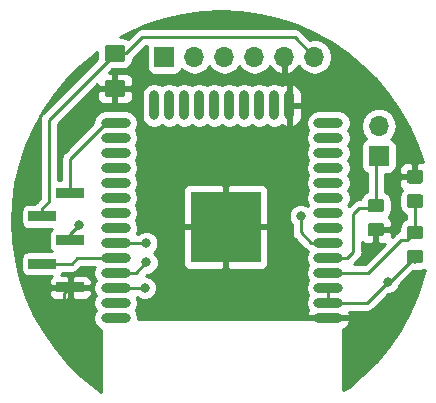
<source format=gbr>
G04 #@! TF.GenerationSoftware,KiCad,Pcbnew,5.0.2-bee76a0~70~ubuntu18.04.1*
G04 #@! TF.CreationDate,2018-12-11T14:37:26+01:00*
G04 #@! TF.ProjectId,Thermometer,54686572-6d6f-46d6-9574-65722e6b6963,rev?*
G04 #@! TF.SameCoordinates,Original*
G04 #@! TF.FileFunction,Copper,L1,Top*
G04 #@! TF.FilePolarity,Positive*
%FSLAX46Y46*%
G04 Gerber Fmt 4.6, Leading zero omitted, Abs format (unit mm)*
G04 Created by KiCad (PCBNEW 5.0.2-bee76a0~70~ubuntu18.04.1) date mar. 11 déc. 2018 14:37:26 CET*
%MOMM*%
%LPD*%
G01*
G04 APERTURE LIST*
G04 #@! TA.AperFunction,Conductor*
%ADD10C,0.100000*%
G04 #@! TD*
G04 #@! TA.AperFunction,SMDPad,CuDef*
%ADD11C,1.425000*%
G04 #@! TD*
G04 #@! TA.AperFunction,SMDPad,CuDef*
%ADD12O,2.500000X0.900000*%
G04 #@! TD*
G04 #@! TA.AperFunction,SMDPad,CuDef*
%ADD13O,0.900000X2.500000*%
G04 #@! TD*
G04 #@! TA.AperFunction,SMDPad,CuDef*
%ADD14R,6.000000X6.000000*%
G04 #@! TD*
G04 #@! TA.AperFunction,ComponentPad*
%ADD15R,1.700000X1.700000*%
G04 #@! TD*
G04 #@! TA.AperFunction,ComponentPad*
%ADD16O,1.700000X1.700000*%
G04 #@! TD*
G04 #@! TA.AperFunction,SMDPad,CuDef*
%ADD17R,2.350000X0.850000*%
G04 #@! TD*
G04 #@! TA.AperFunction,SMDPad,CuDef*
%ADD18C,1.150000*%
G04 #@! TD*
G04 #@! TA.AperFunction,ViaPad*
%ADD19C,0.800000*%
G04 #@! TD*
G04 #@! TA.AperFunction,Conductor*
%ADD20C,0.250000*%
G04 #@! TD*
G04 #@! TA.AperFunction,Conductor*
%ADD21C,0.254000*%
G04 #@! TD*
G04 APERTURE END LIST*
D10*
G04 #@! TO.N,/3V3*
G04 #@! TO.C,C1*
G36*
X121426504Y-85975704D02*
X121450773Y-85979304D01*
X121474571Y-85985265D01*
X121497671Y-85993530D01*
X121519849Y-86004020D01*
X121540893Y-86016633D01*
X121560598Y-86031247D01*
X121578777Y-86047723D01*
X121595253Y-86065902D01*
X121609867Y-86085607D01*
X121622480Y-86106651D01*
X121632970Y-86128829D01*
X121641235Y-86151929D01*
X121647196Y-86175727D01*
X121650796Y-86199996D01*
X121652000Y-86224500D01*
X121652000Y-87149500D01*
X121650796Y-87174004D01*
X121647196Y-87198273D01*
X121641235Y-87222071D01*
X121632970Y-87245171D01*
X121622480Y-87267349D01*
X121609867Y-87288393D01*
X121595253Y-87308098D01*
X121578777Y-87326277D01*
X121560598Y-87342753D01*
X121540893Y-87357367D01*
X121519849Y-87369980D01*
X121497671Y-87380470D01*
X121474571Y-87388735D01*
X121450773Y-87394696D01*
X121426504Y-87398296D01*
X121402000Y-87399500D01*
X120152000Y-87399500D01*
X120127496Y-87398296D01*
X120103227Y-87394696D01*
X120079429Y-87388735D01*
X120056329Y-87380470D01*
X120034151Y-87369980D01*
X120013107Y-87357367D01*
X119993402Y-87342753D01*
X119975223Y-87326277D01*
X119958747Y-87308098D01*
X119944133Y-87288393D01*
X119931520Y-87267349D01*
X119921030Y-87245171D01*
X119912765Y-87222071D01*
X119906804Y-87198273D01*
X119903204Y-87174004D01*
X119902000Y-87149500D01*
X119902000Y-86224500D01*
X119903204Y-86199996D01*
X119906804Y-86175727D01*
X119912765Y-86151929D01*
X119921030Y-86128829D01*
X119931520Y-86106651D01*
X119944133Y-86085607D01*
X119958747Y-86065902D01*
X119975223Y-86047723D01*
X119993402Y-86031247D01*
X120013107Y-86016633D01*
X120034151Y-86004020D01*
X120056329Y-85993530D01*
X120079429Y-85985265D01*
X120103227Y-85979304D01*
X120127496Y-85975704D01*
X120152000Y-85974500D01*
X121402000Y-85974500D01*
X121426504Y-85975704D01*
X121426504Y-85975704D01*
G37*
D11*
G04 #@! TD*
G04 #@! TO.P,C1,1*
G04 #@! TO.N,/3V3*
X120777000Y-86687000D03*
D10*
G04 #@! TO.N,/GND*
G04 #@! TO.C,C1*
G36*
X121426504Y-88950704D02*
X121450773Y-88954304D01*
X121474571Y-88960265D01*
X121497671Y-88968530D01*
X121519849Y-88979020D01*
X121540893Y-88991633D01*
X121560598Y-89006247D01*
X121578777Y-89022723D01*
X121595253Y-89040902D01*
X121609867Y-89060607D01*
X121622480Y-89081651D01*
X121632970Y-89103829D01*
X121641235Y-89126929D01*
X121647196Y-89150727D01*
X121650796Y-89174996D01*
X121652000Y-89199500D01*
X121652000Y-90124500D01*
X121650796Y-90149004D01*
X121647196Y-90173273D01*
X121641235Y-90197071D01*
X121632970Y-90220171D01*
X121622480Y-90242349D01*
X121609867Y-90263393D01*
X121595253Y-90283098D01*
X121578777Y-90301277D01*
X121560598Y-90317753D01*
X121540893Y-90332367D01*
X121519849Y-90344980D01*
X121497671Y-90355470D01*
X121474571Y-90363735D01*
X121450773Y-90369696D01*
X121426504Y-90373296D01*
X121402000Y-90374500D01*
X120152000Y-90374500D01*
X120127496Y-90373296D01*
X120103227Y-90369696D01*
X120079429Y-90363735D01*
X120056329Y-90355470D01*
X120034151Y-90344980D01*
X120013107Y-90332367D01*
X119993402Y-90317753D01*
X119975223Y-90301277D01*
X119958747Y-90283098D01*
X119944133Y-90263393D01*
X119931520Y-90242349D01*
X119921030Y-90220171D01*
X119912765Y-90197071D01*
X119906804Y-90173273D01*
X119903204Y-90149004D01*
X119902000Y-90124500D01*
X119902000Y-89199500D01*
X119903204Y-89174996D01*
X119906804Y-89150727D01*
X119912765Y-89126929D01*
X119921030Y-89103829D01*
X119931520Y-89081651D01*
X119944133Y-89060607D01*
X119958747Y-89040902D01*
X119975223Y-89022723D01*
X119993402Y-89006247D01*
X120013107Y-88991633D01*
X120034151Y-88979020D01*
X120056329Y-88968530D01*
X120079429Y-88960265D01*
X120103227Y-88954304D01*
X120127496Y-88950704D01*
X120152000Y-88949500D01*
X121402000Y-88949500D01*
X121426504Y-88950704D01*
X121426504Y-88950704D01*
G37*
D11*
G04 #@! TD*
G04 #@! TO.P,C1,2*
G04 #@! TO.N,/GND*
X120777000Y-89662000D03*
D12*
G04 #@! TO.P,U1,38*
G04 #@! TO.N,Net-(U1-Pad38)*
X120846566Y-109085338D03*
G04 #@! TO.P,U1,37*
G04 #@! TO.N,Net-(U1-Pad37)*
X120846566Y-107815338D03*
G04 #@! TO.P,U1,36*
G04 #@! TO.N,/SCL*
X120846566Y-106545338D03*
G04 #@! TO.P,U1,35*
G04 #@! TO.N,/TX*
X120846566Y-105275338D03*
G04 #@! TO.P,U1,34*
G04 #@! TO.N,/RX*
X120846566Y-104005338D03*
G04 #@! TO.P,U1,33*
G04 #@! TO.N,/SDA*
X120846566Y-102735338D03*
G04 #@! TO.P,U1,32*
G04 #@! TO.N,Net-(U1-Pad32)*
X120846566Y-101465338D03*
G04 #@! TO.P,U1,31*
G04 #@! TO.N,Net-(U1-Pad31)*
X120846566Y-100195338D03*
G04 #@! TO.P,U1,30*
G04 #@! TO.N,Net-(U1-Pad30)*
X120846566Y-98925338D03*
G04 #@! TO.P,U1,29*
G04 #@! TO.N,Net-(U1-Pad29)*
X120846566Y-97655338D03*
G04 #@! TO.P,U1,28*
G04 #@! TO.N,Net-(U1-Pad28)*
X120846566Y-96385338D03*
G04 #@! TO.P,U1,27*
G04 #@! TO.N,Net-(U1-Pad27)*
X120846566Y-95115338D03*
G04 #@! TO.P,U1,26*
G04 #@! TO.N,Net-(U1-Pad26)*
X120846566Y-93845338D03*
G04 #@! TO.P,U1,25*
G04 #@! TO.N,/BOOT*
X120846566Y-92575338D03*
D13*
G04 #@! TO.P,U1,24*
G04 #@! TO.N,Net-(U1-Pad24)*
X124131566Y-91085338D03*
G04 #@! TO.P,U1,23*
G04 #@! TO.N,Net-(U1-Pad23)*
X125401566Y-91085338D03*
G04 #@! TO.P,U1,22*
G04 #@! TO.N,Net-(U1-Pad22)*
X126671566Y-91085338D03*
G04 #@! TO.P,U1,21*
G04 #@! TO.N,Net-(U1-Pad21)*
X127941566Y-91085338D03*
G04 #@! TO.P,U1,20*
G04 #@! TO.N,Net-(U1-Pad20)*
X129211566Y-91085338D03*
G04 #@! TO.P,U1,19*
G04 #@! TO.N,Net-(U1-Pad19)*
X130481566Y-91085338D03*
G04 #@! TO.P,U1,18*
G04 #@! TO.N,Net-(U1-Pad18)*
X131751566Y-91085338D03*
G04 #@! TO.P,U1,17*
G04 #@! TO.N,Net-(U1-Pad17)*
X133021566Y-91085338D03*
G04 #@! TO.P,U1,16*
G04 #@! TO.N,Net-(U1-Pad16)*
X134291566Y-91085338D03*
G04 #@! TO.P,U1,15*
G04 #@! TO.N,/GND*
X135561566Y-91085338D03*
D12*
G04 #@! TO.P,U1,14*
G04 #@! TO.N,Net-(U1-Pad14)*
X138846566Y-92575338D03*
G04 #@! TO.P,U1,13*
G04 #@! TO.N,Net-(U1-Pad13)*
X138846566Y-93845338D03*
G04 #@! TO.P,U1,12*
G04 #@! TO.N,Net-(U1-Pad12)*
X138846566Y-95115338D03*
G04 #@! TO.P,U1,11*
G04 #@! TO.N,Net-(U1-Pad11)*
X138846566Y-96385338D03*
G04 #@! TO.P,U1,10*
G04 #@! TO.N,Net-(U1-Pad10)*
X138846566Y-97655338D03*
G04 #@! TO.P,U1,9*
G04 #@! TO.N,Net-(U1-Pad9)*
X138846566Y-98925338D03*
G04 #@! TO.P,U1,8*
G04 #@! TO.N,Net-(U1-Pad8)*
X138846566Y-100195338D03*
G04 #@! TO.P,U1,7*
G04 #@! TO.N,Net-(U1-Pad7)*
X138846566Y-101465338D03*
G04 #@! TO.P,U1,6*
G04 #@! TO.N,/LDR_ON*
X138846566Y-102735338D03*
G04 #@! TO.P,U1,5*
G04 #@! TO.N,/VLDR*
X138846566Y-104005338D03*
G04 #@! TO.P,U1,4*
G04 #@! TO.N,/VBAT*
X138846566Y-105275338D03*
G04 #@! TO.P,U1,3*
G04 #@! TO.N,/3V3*
X138846566Y-106545338D03*
G04 #@! TO.P,U1,2*
X138846566Y-107815338D03*
G04 #@! TO.P,U1,1*
G04 #@! TO.N,/GND*
X138846566Y-109085338D03*
D14*
G04 #@! TO.P,U1,39*
X130146566Y-101385338D03*
G04 #@! TD*
D15*
G04 #@! TO.P,BME280,1*
G04 #@! TO.N,Net-(J3-Pad1)*
X124968000Y-86995000D03*
D16*
G04 #@! TO.P,BME280,2*
G04 #@! TO.N,Net-(J3-Pad2)*
X127508000Y-86995000D03*
G04 #@! TO.P,BME280,3*
G04 #@! TO.N,/SDA*
X130048000Y-86995000D03*
G04 #@! TO.P,BME280,4*
G04 #@! TO.N,/SCL*
X132588000Y-86995000D03*
G04 #@! TO.P,BME280,5*
G04 #@! TO.N,/GND*
X135128000Y-86995000D03*
G04 #@! TO.P,BME280,6*
G04 #@! TO.N,/3V3*
X137668000Y-86995000D03*
G04 #@! TD*
D17*
G04 #@! TO.P,ISP,2*
G04 #@! TO.N,/3V3*
X114650000Y-100500000D03*
G04 #@! TO.P,ISP,4*
G04 #@! TO.N,/RX*
X114650000Y-104500000D03*
G04 #@! TO.P,ISP,1*
G04 #@! TO.N,/BOOT*
X117000000Y-98500000D03*
G04 #@! TO.P,ISP,3*
G04 #@! TO.N,/TX*
X117000000Y-102500000D03*
G04 #@! TO.P,ISP,5*
G04 #@! TO.N,/GND*
X117000000Y-106500000D03*
G04 #@! TD*
D10*
G04 #@! TO.N,/3V3*
G04 #@! TO.C,R1*
G36*
X146651505Y-103330204D02*
X146675773Y-103333804D01*
X146699572Y-103339765D01*
X146722671Y-103348030D01*
X146744850Y-103358520D01*
X146765893Y-103371132D01*
X146785599Y-103385747D01*
X146803777Y-103402223D01*
X146820253Y-103420401D01*
X146834868Y-103440107D01*
X146847480Y-103461150D01*
X146857970Y-103483329D01*
X146866235Y-103506428D01*
X146872196Y-103530227D01*
X146875796Y-103554495D01*
X146877000Y-103578999D01*
X146877000Y-104229001D01*
X146875796Y-104253505D01*
X146872196Y-104277773D01*
X146866235Y-104301572D01*
X146857970Y-104324671D01*
X146847480Y-104346850D01*
X146834868Y-104367893D01*
X146820253Y-104387599D01*
X146803777Y-104405777D01*
X146785599Y-104422253D01*
X146765893Y-104436868D01*
X146744850Y-104449480D01*
X146722671Y-104459970D01*
X146699572Y-104468235D01*
X146675773Y-104474196D01*
X146651505Y-104477796D01*
X146627001Y-104479000D01*
X145726999Y-104479000D01*
X145702495Y-104477796D01*
X145678227Y-104474196D01*
X145654428Y-104468235D01*
X145631329Y-104459970D01*
X145609150Y-104449480D01*
X145588107Y-104436868D01*
X145568401Y-104422253D01*
X145550223Y-104405777D01*
X145533747Y-104387599D01*
X145519132Y-104367893D01*
X145506520Y-104346850D01*
X145496030Y-104324671D01*
X145487765Y-104301572D01*
X145481804Y-104277773D01*
X145478204Y-104253505D01*
X145477000Y-104229001D01*
X145477000Y-103578999D01*
X145478204Y-103554495D01*
X145481804Y-103530227D01*
X145487765Y-103506428D01*
X145496030Y-103483329D01*
X145506520Y-103461150D01*
X145519132Y-103440107D01*
X145533747Y-103420401D01*
X145550223Y-103402223D01*
X145568401Y-103385747D01*
X145588107Y-103371132D01*
X145609150Y-103358520D01*
X145631329Y-103348030D01*
X145654428Y-103339765D01*
X145678227Y-103333804D01*
X145702495Y-103330204D01*
X145726999Y-103329000D01*
X146627001Y-103329000D01*
X146651505Y-103330204D01*
X146651505Y-103330204D01*
G37*
D18*
G04 #@! TD*
G04 #@! TO.P,R1,1*
G04 #@! TO.N,/3V3*
X146177000Y-103904000D03*
D10*
G04 #@! TO.N,/VBAT*
G04 #@! TO.C,R1*
G36*
X146651505Y-101280204D02*
X146675773Y-101283804D01*
X146699572Y-101289765D01*
X146722671Y-101298030D01*
X146744850Y-101308520D01*
X146765893Y-101321132D01*
X146785599Y-101335747D01*
X146803777Y-101352223D01*
X146820253Y-101370401D01*
X146834868Y-101390107D01*
X146847480Y-101411150D01*
X146857970Y-101433329D01*
X146866235Y-101456428D01*
X146872196Y-101480227D01*
X146875796Y-101504495D01*
X146877000Y-101528999D01*
X146877000Y-102179001D01*
X146875796Y-102203505D01*
X146872196Y-102227773D01*
X146866235Y-102251572D01*
X146857970Y-102274671D01*
X146847480Y-102296850D01*
X146834868Y-102317893D01*
X146820253Y-102337599D01*
X146803777Y-102355777D01*
X146785599Y-102372253D01*
X146765893Y-102386868D01*
X146744850Y-102399480D01*
X146722671Y-102409970D01*
X146699572Y-102418235D01*
X146675773Y-102424196D01*
X146651505Y-102427796D01*
X146627001Y-102429000D01*
X145726999Y-102429000D01*
X145702495Y-102427796D01*
X145678227Y-102424196D01*
X145654428Y-102418235D01*
X145631329Y-102409970D01*
X145609150Y-102399480D01*
X145588107Y-102386868D01*
X145568401Y-102372253D01*
X145550223Y-102355777D01*
X145533747Y-102337599D01*
X145519132Y-102317893D01*
X145506520Y-102296850D01*
X145496030Y-102274671D01*
X145487765Y-102251572D01*
X145481804Y-102227773D01*
X145478204Y-102203505D01*
X145477000Y-102179001D01*
X145477000Y-101528999D01*
X145478204Y-101504495D01*
X145481804Y-101480227D01*
X145487765Y-101456428D01*
X145496030Y-101433329D01*
X145506520Y-101411150D01*
X145519132Y-101390107D01*
X145533747Y-101370401D01*
X145550223Y-101352223D01*
X145568401Y-101335747D01*
X145588107Y-101321132D01*
X145609150Y-101308520D01*
X145631329Y-101298030D01*
X145654428Y-101289765D01*
X145678227Y-101283804D01*
X145702495Y-101280204D01*
X145726999Y-101279000D01*
X146627001Y-101279000D01*
X146651505Y-101280204D01*
X146651505Y-101280204D01*
G37*
D18*
G04 #@! TD*
G04 #@! TO.P,R1,2*
G04 #@! TO.N,/VBAT*
X146177000Y-101854000D03*
D10*
G04 #@! TO.N,/GND*
G04 #@! TO.C,R2*
G36*
X146651505Y-96563204D02*
X146675773Y-96566804D01*
X146699572Y-96572765D01*
X146722671Y-96581030D01*
X146744850Y-96591520D01*
X146765893Y-96604132D01*
X146785599Y-96618747D01*
X146803777Y-96635223D01*
X146820253Y-96653401D01*
X146834868Y-96673107D01*
X146847480Y-96694150D01*
X146857970Y-96716329D01*
X146866235Y-96739428D01*
X146872196Y-96763227D01*
X146875796Y-96787495D01*
X146877000Y-96811999D01*
X146877000Y-97462001D01*
X146875796Y-97486505D01*
X146872196Y-97510773D01*
X146866235Y-97534572D01*
X146857970Y-97557671D01*
X146847480Y-97579850D01*
X146834868Y-97600893D01*
X146820253Y-97620599D01*
X146803777Y-97638777D01*
X146785599Y-97655253D01*
X146765893Y-97669868D01*
X146744850Y-97682480D01*
X146722671Y-97692970D01*
X146699572Y-97701235D01*
X146675773Y-97707196D01*
X146651505Y-97710796D01*
X146627001Y-97712000D01*
X145726999Y-97712000D01*
X145702495Y-97710796D01*
X145678227Y-97707196D01*
X145654428Y-97701235D01*
X145631329Y-97692970D01*
X145609150Y-97682480D01*
X145588107Y-97669868D01*
X145568401Y-97655253D01*
X145550223Y-97638777D01*
X145533747Y-97620599D01*
X145519132Y-97600893D01*
X145506520Y-97579850D01*
X145496030Y-97557671D01*
X145487765Y-97534572D01*
X145481804Y-97510773D01*
X145478204Y-97486505D01*
X145477000Y-97462001D01*
X145477000Y-96811999D01*
X145478204Y-96787495D01*
X145481804Y-96763227D01*
X145487765Y-96739428D01*
X145496030Y-96716329D01*
X145506520Y-96694150D01*
X145519132Y-96673107D01*
X145533747Y-96653401D01*
X145550223Y-96635223D01*
X145568401Y-96618747D01*
X145588107Y-96604132D01*
X145609150Y-96591520D01*
X145631329Y-96581030D01*
X145654428Y-96572765D01*
X145678227Y-96566804D01*
X145702495Y-96563204D01*
X145726999Y-96562000D01*
X146627001Y-96562000D01*
X146651505Y-96563204D01*
X146651505Y-96563204D01*
G37*
D18*
G04 #@! TD*
G04 #@! TO.P,R2,2*
G04 #@! TO.N,/GND*
X146177000Y-97137000D03*
D10*
G04 #@! TO.N,/VBAT*
G04 #@! TO.C,R2*
G36*
X146651505Y-98613204D02*
X146675773Y-98616804D01*
X146699572Y-98622765D01*
X146722671Y-98631030D01*
X146744850Y-98641520D01*
X146765893Y-98654132D01*
X146785599Y-98668747D01*
X146803777Y-98685223D01*
X146820253Y-98703401D01*
X146834868Y-98723107D01*
X146847480Y-98744150D01*
X146857970Y-98766329D01*
X146866235Y-98789428D01*
X146872196Y-98813227D01*
X146875796Y-98837495D01*
X146877000Y-98861999D01*
X146877000Y-99512001D01*
X146875796Y-99536505D01*
X146872196Y-99560773D01*
X146866235Y-99584572D01*
X146857970Y-99607671D01*
X146847480Y-99629850D01*
X146834868Y-99650893D01*
X146820253Y-99670599D01*
X146803777Y-99688777D01*
X146785599Y-99705253D01*
X146765893Y-99719868D01*
X146744850Y-99732480D01*
X146722671Y-99742970D01*
X146699572Y-99751235D01*
X146675773Y-99757196D01*
X146651505Y-99760796D01*
X146627001Y-99762000D01*
X145726999Y-99762000D01*
X145702495Y-99760796D01*
X145678227Y-99757196D01*
X145654428Y-99751235D01*
X145631329Y-99742970D01*
X145609150Y-99732480D01*
X145588107Y-99719868D01*
X145568401Y-99705253D01*
X145550223Y-99688777D01*
X145533747Y-99670599D01*
X145519132Y-99650893D01*
X145506520Y-99629850D01*
X145496030Y-99607671D01*
X145487765Y-99584572D01*
X145481804Y-99560773D01*
X145478204Y-99536505D01*
X145477000Y-99512001D01*
X145477000Y-98861999D01*
X145478204Y-98837495D01*
X145481804Y-98813227D01*
X145487765Y-98789428D01*
X145496030Y-98766329D01*
X145506520Y-98744150D01*
X145519132Y-98723107D01*
X145533747Y-98703401D01*
X145550223Y-98685223D01*
X145568401Y-98668747D01*
X145588107Y-98654132D01*
X145609150Y-98641520D01*
X145631329Y-98631030D01*
X145654428Y-98622765D01*
X145678227Y-98616804D01*
X145702495Y-98613204D01*
X145726999Y-98612000D01*
X146627001Y-98612000D01*
X146651505Y-98613204D01*
X146651505Y-98613204D01*
G37*
D18*
G04 #@! TD*
G04 #@! TO.P,R2,1*
G04 #@! TO.N,/VBAT*
X146177000Y-99187000D03*
D15*
G04 #@! TO.P,R3,1*
G04 #@! TO.N,/VLDR*
X143129000Y-95377000D03*
D16*
G04 #@! TO.P,R3,2*
G04 #@! TO.N,/LDR_ON*
X143129000Y-92837000D03*
G04 #@! TD*
D10*
G04 #@! TO.N,/VLDR*
G04 #@! TO.C,R4*
G36*
X143349505Y-98994204D02*
X143373773Y-98997804D01*
X143397572Y-99003765D01*
X143420671Y-99012030D01*
X143442850Y-99022520D01*
X143463893Y-99035132D01*
X143483599Y-99049747D01*
X143501777Y-99066223D01*
X143518253Y-99084401D01*
X143532868Y-99104107D01*
X143545480Y-99125150D01*
X143555970Y-99147329D01*
X143564235Y-99170428D01*
X143570196Y-99194227D01*
X143573796Y-99218495D01*
X143575000Y-99242999D01*
X143575000Y-99893001D01*
X143573796Y-99917505D01*
X143570196Y-99941773D01*
X143564235Y-99965572D01*
X143555970Y-99988671D01*
X143545480Y-100010850D01*
X143532868Y-100031893D01*
X143518253Y-100051599D01*
X143501777Y-100069777D01*
X143483599Y-100086253D01*
X143463893Y-100100868D01*
X143442850Y-100113480D01*
X143420671Y-100123970D01*
X143397572Y-100132235D01*
X143373773Y-100138196D01*
X143349505Y-100141796D01*
X143325001Y-100143000D01*
X142424999Y-100143000D01*
X142400495Y-100141796D01*
X142376227Y-100138196D01*
X142352428Y-100132235D01*
X142329329Y-100123970D01*
X142307150Y-100113480D01*
X142286107Y-100100868D01*
X142266401Y-100086253D01*
X142248223Y-100069777D01*
X142231747Y-100051599D01*
X142217132Y-100031893D01*
X142204520Y-100010850D01*
X142194030Y-99988671D01*
X142185765Y-99965572D01*
X142179804Y-99941773D01*
X142176204Y-99917505D01*
X142175000Y-99893001D01*
X142175000Y-99242999D01*
X142176204Y-99218495D01*
X142179804Y-99194227D01*
X142185765Y-99170428D01*
X142194030Y-99147329D01*
X142204520Y-99125150D01*
X142217132Y-99104107D01*
X142231747Y-99084401D01*
X142248223Y-99066223D01*
X142266401Y-99049747D01*
X142286107Y-99035132D01*
X142307150Y-99022520D01*
X142329329Y-99012030D01*
X142352428Y-99003765D01*
X142376227Y-98997804D01*
X142400495Y-98994204D01*
X142424999Y-98993000D01*
X143325001Y-98993000D01*
X143349505Y-98994204D01*
X143349505Y-98994204D01*
G37*
D18*
G04 #@! TD*
G04 #@! TO.P,R4,1*
G04 #@! TO.N,/VLDR*
X142875000Y-99568000D03*
D10*
G04 #@! TO.N,/GND*
G04 #@! TO.C,R4*
G36*
X143349505Y-101044204D02*
X143373773Y-101047804D01*
X143397572Y-101053765D01*
X143420671Y-101062030D01*
X143442850Y-101072520D01*
X143463893Y-101085132D01*
X143483599Y-101099747D01*
X143501777Y-101116223D01*
X143518253Y-101134401D01*
X143532868Y-101154107D01*
X143545480Y-101175150D01*
X143555970Y-101197329D01*
X143564235Y-101220428D01*
X143570196Y-101244227D01*
X143573796Y-101268495D01*
X143575000Y-101292999D01*
X143575000Y-101943001D01*
X143573796Y-101967505D01*
X143570196Y-101991773D01*
X143564235Y-102015572D01*
X143555970Y-102038671D01*
X143545480Y-102060850D01*
X143532868Y-102081893D01*
X143518253Y-102101599D01*
X143501777Y-102119777D01*
X143483599Y-102136253D01*
X143463893Y-102150868D01*
X143442850Y-102163480D01*
X143420671Y-102173970D01*
X143397572Y-102182235D01*
X143373773Y-102188196D01*
X143349505Y-102191796D01*
X143325001Y-102193000D01*
X142424999Y-102193000D01*
X142400495Y-102191796D01*
X142376227Y-102188196D01*
X142352428Y-102182235D01*
X142329329Y-102173970D01*
X142307150Y-102163480D01*
X142286107Y-102150868D01*
X142266401Y-102136253D01*
X142248223Y-102119777D01*
X142231747Y-102101599D01*
X142217132Y-102081893D01*
X142204520Y-102060850D01*
X142194030Y-102038671D01*
X142185765Y-102015572D01*
X142179804Y-101991773D01*
X142176204Y-101967505D01*
X142175000Y-101943001D01*
X142175000Y-101292999D01*
X142176204Y-101268495D01*
X142179804Y-101244227D01*
X142185765Y-101220428D01*
X142194030Y-101197329D01*
X142204520Y-101175150D01*
X142217132Y-101154107D01*
X142231747Y-101134401D01*
X142248223Y-101116223D01*
X142266401Y-101099747D01*
X142286107Y-101085132D01*
X142307150Y-101072520D01*
X142329329Y-101062030D01*
X142352428Y-101053765D01*
X142376227Y-101047804D01*
X142400495Y-101044204D01*
X142424999Y-101043000D01*
X143325001Y-101043000D01*
X143349505Y-101044204D01*
X143349505Y-101044204D01*
G37*
D18*
G04 #@! TD*
G04 #@! TO.P,R4,2*
G04 #@! TO.N,/GND*
X142875000Y-101618000D03*
D19*
G04 #@! TO.N,/GND*
X116459000Y-108331000D03*
G04 #@! TO.N,/3V3*
X143891000Y-106045000D03*
G04 #@! TO.N,/TX*
X117729000Y-101219000D03*
X123444000Y-104394000D03*
G04 #@! TO.N,/SCL*
X123309338Y-106545338D03*
G04 #@! TO.N,/SDA*
X123436338Y-102735338D03*
G04 #@! TO.N,/LDR_ON*
X136525000Y-100457000D03*
G04 #@! TD*
D20*
G04 #@! TO.N,/GND*
X116459000Y-108331000D02*
X116459000Y-107041000D01*
X116459000Y-107041000D02*
X117000000Y-106500000D01*
G04 #@! TO.N,/3V3*
X138846566Y-106545338D02*
X138846566Y-107815338D01*
X115189000Y-99286000D02*
X114650000Y-99825000D01*
X114650000Y-99825000D02*
X114650000Y-100500000D01*
X115189000Y-92329000D02*
X115189000Y-99286000D01*
X120777000Y-86687000D02*
X120777000Y-86741000D01*
X120777000Y-86741000D02*
X115189000Y-92329000D01*
X121752000Y-86687000D02*
X123095000Y-85344000D01*
X120777000Y-86687000D02*
X121752000Y-86687000D01*
X136017000Y-85344000D02*
X137668000Y-86995000D01*
X123095000Y-85344000D02*
X136017000Y-85344000D01*
X138846566Y-107815338D02*
X142120662Y-107815338D01*
X143491001Y-106444999D02*
X143891000Y-106045000D01*
X146177000Y-103904000D02*
X144036000Y-106045000D01*
X142120662Y-107815338D02*
X143491001Y-106444999D01*
X144036000Y-106045000D02*
X143891000Y-106045000D01*
G04 #@! TO.N,/BOOT*
X120046566Y-92575338D02*
X120846566Y-92575338D01*
X117000000Y-95621904D02*
X120046566Y-92575338D01*
X117000000Y-98500000D02*
X117000000Y-95621904D01*
G04 #@! TO.N,/TX*
X117000000Y-102500000D02*
X117000000Y-101948000D01*
X117000000Y-101948000D02*
X117729000Y-101219000D01*
X122562662Y-105275338D02*
X120846566Y-105275338D01*
X123444000Y-104394000D02*
X122562662Y-105275338D01*
G04 #@! TO.N,/RX*
X114650000Y-104500000D02*
X117115000Y-104500000D01*
X117609662Y-104005338D02*
X120846566Y-104005338D01*
X117115000Y-104500000D02*
X117609662Y-104005338D01*
G04 #@! TO.N,/SCL*
X120846566Y-106545338D02*
X123309338Y-106545338D01*
G04 #@! TO.N,/SDA*
X120846566Y-102735338D02*
X123436338Y-102735338D01*
G04 #@! TO.N,/VBAT*
X145553628Y-102477372D02*
X145045628Y-102477372D01*
X146177000Y-101854000D02*
X145553628Y-102477372D01*
X142247662Y-105275338D02*
X138846566Y-105275338D01*
X145045628Y-102477372D02*
X142247662Y-105275338D01*
X146177000Y-101179000D02*
X146177000Y-99187000D01*
X146177000Y-101854000D02*
X146177000Y-101179000D01*
G04 #@! TO.N,/VLDR*
X142875000Y-95631000D02*
X143129000Y-95377000D01*
X142875000Y-99568000D02*
X142875000Y-95631000D01*
X141478000Y-99822000D02*
X142621000Y-99822000D01*
X140970000Y-100330000D02*
X141478000Y-99822000D01*
X140970000Y-103505000D02*
X140970000Y-100330000D01*
X138846566Y-104005338D02*
X140469662Y-104005338D01*
X142621000Y-99822000D02*
X142875000Y-99568000D01*
X140469662Y-104005338D02*
X140970000Y-103505000D01*
G04 #@! TO.N,/LDR_ON*
X136525000Y-101022685D02*
X136525000Y-100457000D01*
X136525000Y-101854000D02*
X136525000Y-101022685D01*
X138846566Y-102735338D02*
X137406338Y-102735338D01*
X137406338Y-102735338D02*
X136525000Y-101854000D01*
G04 #@! TD*
D21*
G04 #@! TO.N,/GND*
G36*
X119254560Y-87149500D02*
X119261053Y-87182144D01*
X114704530Y-91738669D01*
X114641071Y-91781071D01*
X114473096Y-92032464D01*
X114429000Y-92254149D01*
X114429000Y-92254153D01*
X114414112Y-92329000D01*
X114429000Y-92403847D01*
X114429001Y-98971197D01*
X114165530Y-99234669D01*
X114102071Y-99277071D01*
X114001518Y-99427560D01*
X113475000Y-99427560D01*
X113227235Y-99476843D01*
X113017191Y-99617191D01*
X112876843Y-99827235D01*
X112827560Y-100075000D01*
X112827560Y-100925000D01*
X112876843Y-101172765D01*
X113017191Y-101382809D01*
X113227235Y-101523157D01*
X113475000Y-101572440D01*
X115434165Y-101572440D01*
X115367191Y-101617191D01*
X115226843Y-101827235D01*
X115177560Y-102075000D01*
X115177560Y-102925000D01*
X115226843Y-103172765D01*
X115367191Y-103382809D01*
X115434165Y-103427560D01*
X113475000Y-103427560D01*
X113227235Y-103476843D01*
X113017191Y-103617191D01*
X112876843Y-103827235D01*
X112827560Y-104075000D01*
X112827560Y-104925000D01*
X112876843Y-105172765D01*
X113017191Y-105382809D01*
X113227235Y-105523157D01*
X113475000Y-105572440D01*
X115429535Y-105572440D01*
X115286673Y-105715301D01*
X115190000Y-105948690D01*
X115190000Y-106214250D01*
X115348750Y-106373000D01*
X116873000Y-106373000D01*
X116873000Y-105598750D01*
X117127000Y-105598750D01*
X117127000Y-106373000D01*
X118651250Y-106373000D01*
X118810000Y-106214250D01*
X118810000Y-105948690D01*
X118713327Y-105715301D01*
X118534698Y-105536673D01*
X118301309Y-105440000D01*
X117285750Y-105440000D01*
X117127000Y-105598750D01*
X116873000Y-105598750D01*
X116714250Y-105440000D01*
X116197217Y-105440000D01*
X116282809Y-105382809D01*
X116364868Y-105260000D01*
X117040153Y-105260000D01*
X117115000Y-105274888D01*
X117189847Y-105260000D01*
X117189852Y-105260000D01*
X117411537Y-105215904D01*
X117662929Y-105047929D01*
X117705331Y-104984471D01*
X117924464Y-104765338D01*
X119082419Y-104765338D01*
X119024519Y-104851992D01*
X118940310Y-105275338D01*
X119024519Y-105698684D01*
X119165942Y-105910338D01*
X119024519Y-106121992D01*
X118940310Y-106545338D01*
X119024519Y-106968684D01*
X119165942Y-107180338D01*
X119024519Y-107391992D01*
X118940310Y-107815338D01*
X119024519Y-108238684D01*
X119165942Y-108450338D01*
X119024519Y-108661992D01*
X118940310Y-109085338D01*
X119024519Y-109508684D01*
X119264325Y-109867579D01*
X119623220Y-110107385D01*
X119634000Y-110109529D01*
X119634000Y-115352676D01*
X119170725Y-115038425D01*
X117904441Y-113996436D01*
X116739820Y-112841934D01*
X115686820Y-111584791D01*
X114754445Y-110235757D01*
X113950668Y-108806366D01*
X113282360Y-107308841D01*
X113104795Y-106785750D01*
X115190000Y-106785750D01*
X115190000Y-107051310D01*
X115286673Y-107284699D01*
X115465302Y-107463327D01*
X115698691Y-107560000D01*
X116714250Y-107560000D01*
X116873000Y-107401250D01*
X116873000Y-106627000D01*
X117127000Y-106627000D01*
X117127000Y-107401250D01*
X117285750Y-107560000D01*
X118301309Y-107560000D01*
X118534698Y-107463327D01*
X118713327Y-107284699D01*
X118810000Y-107051310D01*
X118810000Y-106785750D01*
X118651250Y-106627000D01*
X117127000Y-106627000D01*
X116873000Y-106627000D01*
X115348750Y-106627000D01*
X115190000Y-106785750D01*
X113104795Y-106785750D01*
X112755237Y-105755986D01*
X112373806Y-104161080D01*
X112141327Y-102537759D01*
X112059790Y-100899904D01*
X112129891Y-99261520D01*
X112351031Y-97636616D01*
X112721318Y-96039086D01*
X113237588Y-94482589D01*
X113895425Y-92980435D01*
X114689204Y-91545467D01*
X115612138Y-90189957D01*
X116656336Y-88925493D01*
X117812868Y-87762889D01*
X119071847Y-86712085D01*
X119254560Y-86586275D01*
X119254560Y-87149500D01*
X119254560Y-87149500D01*
G37*
X119254560Y-87149500D02*
X119261053Y-87182144D01*
X114704530Y-91738669D01*
X114641071Y-91781071D01*
X114473096Y-92032464D01*
X114429000Y-92254149D01*
X114429000Y-92254153D01*
X114414112Y-92329000D01*
X114429000Y-92403847D01*
X114429001Y-98971197D01*
X114165530Y-99234669D01*
X114102071Y-99277071D01*
X114001518Y-99427560D01*
X113475000Y-99427560D01*
X113227235Y-99476843D01*
X113017191Y-99617191D01*
X112876843Y-99827235D01*
X112827560Y-100075000D01*
X112827560Y-100925000D01*
X112876843Y-101172765D01*
X113017191Y-101382809D01*
X113227235Y-101523157D01*
X113475000Y-101572440D01*
X115434165Y-101572440D01*
X115367191Y-101617191D01*
X115226843Y-101827235D01*
X115177560Y-102075000D01*
X115177560Y-102925000D01*
X115226843Y-103172765D01*
X115367191Y-103382809D01*
X115434165Y-103427560D01*
X113475000Y-103427560D01*
X113227235Y-103476843D01*
X113017191Y-103617191D01*
X112876843Y-103827235D01*
X112827560Y-104075000D01*
X112827560Y-104925000D01*
X112876843Y-105172765D01*
X113017191Y-105382809D01*
X113227235Y-105523157D01*
X113475000Y-105572440D01*
X115429535Y-105572440D01*
X115286673Y-105715301D01*
X115190000Y-105948690D01*
X115190000Y-106214250D01*
X115348750Y-106373000D01*
X116873000Y-106373000D01*
X116873000Y-105598750D01*
X117127000Y-105598750D01*
X117127000Y-106373000D01*
X118651250Y-106373000D01*
X118810000Y-106214250D01*
X118810000Y-105948690D01*
X118713327Y-105715301D01*
X118534698Y-105536673D01*
X118301309Y-105440000D01*
X117285750Y-105440000D01*
X117127000Y-105598750D01*
X116873000Y-105598750D01*
X116714250Y-105440000D01*
X116197217Y-105440000D01*
X116282809Y-105382809D01*
X116364868Y-105260000D01*
X117040153Y-105260000D01*
X117115000Y-105274888D01*
X117189847Y-105260000D01*
X117189852Y-105260000D01*
X117411537Y-105215904D01*
X117662929Y-105047929D01*
X117705331Y-104984471D01*
X117924464Y-104765338D01*
X119082419Y-104765338D01*
X119024519Y-104851992D01*
X118940310Y-105275338D01*
X119024519Y-105698684D01*
X119165942Y-105910338D01*
X119024519Y-106121992D01*
X118940310Y-106545338D01*
X119024519Y-106968684D01*
X119165942Y-107180338D01*
X119024519Y-107391992D01*
X118940310Y-107815338D01*
X119024519Y-108238684D01*
X119165942Y-108450338D01*
X119024519Y-108661992D01*
X118940310Y-109085338D01*
X119024519Y-109508684D01*
X119264325Y-109867579D01*
X119623220Y-110107385D01*
X119634000Y-110109529D01*
X119634000Y-115352676D01*
X119170725Y-115038425D01*
X117904441Y-113996436D01*
X116739820Y-112841934D01*
X115686820Y-111584791D01*
X114754445Y-110235757D01*
X113950668Y-108806366D01*
X113282360Y-107308841D01*
X113104795Y-106785750D01*
X115190000Y-106785750D01*
X115190000Y-107051310D01*
X115286673Y-107284699D01*
X115465302Y-107463327D01*
X115698691Y-107560000D01*
X116714250Y-107560000D01*
X116873000Y-107401250D01*
X116873000Y-106627000D01*
X117127000Y-106627000D01*
X117127000Y-107401250D01*
X117285750Y-107560000D01*
X118301309Y-107560000D01*
X118534698Y-107463327D01*
X118713327Y-107284699D01*
X118810000Y-107051310D01*
X118810000Y-106785750D01*
X118651250Y-106627000D01*
X117127000Y-106627000D01*
X116873000Y-106627000D01*
X115348750Y-106627000D01*
X115190000Y-106785750D01*
X113104795Y-106785750D01*
X112755237Y-105755986D01*
X112373806Y-104161080D01*
X112141327Y-102537759D01*
X112059790Y-100899904D01*
X112129891Y-99261520D01*
X112351031Y-97636616D01*
X112721318Y-96039086D01*
X113237588Y-94482589D01*
X113895425Y-92980435D01*
X114689204Y-91545467D01*
X115612138Y-90189957D01*
X116656336Y-88925493D01*
X117812868Y-87762889D01*
X119071847Y-86712085D01*
X119254560Y-86586275D01*
X119254560Y-87149500D01*
G36*
X131401307Y-83176669D02*
X133025823Y-83400645D01*
X134622704Y-83773720D01*
X136178298Y-84292705D01*
X137679302Y-84953163D01*
X139112881Y-85749445D01*
X140466779Y-86674744D01*
X141729418Y-87721147D01*
X142890002Y-88879707D01*
X143938607Y-90140518D01*
X144866267Y-91492798D01*
X145665051Y-92924986D01*
X146328127Y-94424835D01*
X146832202Y-95927000D01*
X146462750Y-95927000D01*
X146304000Y-96085750D01*
X146304000Y-97010000D01*
X146324000Y-97010000D01*
X146324000Y-97264000D01*
X146304000Y-97264000D01*
X146304000Y-97284000D01*
X146050000Y-97284000D01*
X146050000Y-97264000D01*
X145000750Y-97264000D01*
X144842000Y-97422750D01*
X144842000Y-97838309D01*
X144938673Y-98071698D01*
X145093597Y-98226623D01*
X145092414Y-98227414D01*
X144897873Y-98518564D01*
X144829560Y-98861999D01*
X144829560Y-99512001D01*
X144897873Y-99855436D01*
X145092414Y-100146586D01*
X145383564Y-100341127D01*
X145417000Y-100347778D01*
X145417000Y-100693222D01*
X145383564Y-100699873D01*
X145092414Y-100894414D01*
X144897873Y-101185564D01*
X144829560Y-101528999D01*
X144829560Y-101745462D01*
X144749091Y-101761468D01*
X144749089Y-101761469D01*
X144749090Y-101761469D01*
X144561154Y-101887043D01*
X144561152Y-101887045D01*
X144497699Y-101929443D01*
X144455301Y-101992896D01*
X144210000Y-102238197D01*
X144210000Y-101903750D01*
X144051250Y-101745000D01*
X143002000Y-101745000D01*
X143002000Y-102669250D01*
X143160750Y-102828000D01*
X143620198Y-102828000D01*
X141932861Y-104515338D01*
X141042934Y-104515338D01*
X141059993Y-104489809D01*
X141454473Y-104095329D01*
X141517929Y-104052929D01*
X141617440Y-103904001D01*
X141685904Y-103801538D01*
X141695480Y-103753395D01*
X141730000Y-103579852D01*
X141730000Y-103579848D01*
X141744888Y-103505000D01*
X141730000Y-103430152D01*
X141730000Y-102646026D01*
X141815301Y-102731327D01*
X142048690Y-102828000D01*
X142589250Y-102828000D01*
X142748000Y-102669250D01*
X142748000Y-101745000D01*
X142728000Y-101745000D01*
X142728000Y-101491000D01*
X142748000Y-101491000D01*
X142748000Y-101471000D01*
X143002000Y-101471000D01*
X143002000Y-101491000D01*
X144051250Y-101491000D01*
X144210000Y-101332250D01*
X144210000Y-100916691D01*
X144113327Y-100683302D01*
X143958403Y-100528377D01*
X143959586Y-100527586D01*
X144154127Y-100236436D01*
X144222440Y-99893001D01*
X144222440Y-99242999D01*
X144154127Y-98899564D01*
X143959586Y-98608414D01*
X143668436Y-98413873D01*
X143635000Y-98407222D01*
X143635000Y-96874440D01*
X143979000Y-96874440D01*
X144226765Y-96825157D01*
X144436809Y-96684809D01*
X144577157Y-96474765D01*
X144584929Y-96435691D01*
X144842000Y-96435691D01*
X144842000Y-96851250D01*
X145000750Y-97010000D01*
X146050000Y-97010000D01*
X146050000Y-96085750D01*
X145891250Y-95927000D01*
X145350690Y-95927000D01*
X145117301Y-96023673D01*
X144938673Y-96202302D01*
X144842000Y-96435691D01*
X144584929Y-96435691D01*
X144626440Y-96227000D01*
X144626440Y-94527000D01*
X144577157Y-94279235D01*
X144436809Y-94069191D01*
X144226765Y-93928843D01*
X144181381Y-93919816D01*
X144199625Y-93907625D01*
X144527839Y-93416418D01*
X144643092Y-92837000D01*
X144527839Y-92257582D01*
X144199625Y-91766375D01*
X143708418Y-91438161D01*
X143275256Y-91352000D01*
X142982744Y-91352000D01*
X142549582Y-91438161D01*
X142058375Y-91766375D01*
X141730161Y-92257582D01*
X141614908Y-92837000D01*
X141730161Y-93416418D01*
X142058375Y-93907625D01*
X142076619Y-93919816D01*
X142031235Y-93928843D01*
X141821191Y-94069191D01*
X141680843Y-94279235D01*
X141631560Y-94527000D01*
X141631560Y-96227000D01*
X141680843Y-96474765D01*
X141821191Y-96684809D01*
X142031235Y-96825157D01*
X142115001Y-96841819D01*
X142115000Y-98407222D01*
X142081564Y-98413873D01*
X141790414Y-98608414D01*
X141595873Y-98899564D01*
X141563563Y-99062000D01*
X141552846Y-99062000D01*
X141477999Y-99047112D01*
X141403152Y-99062000D01*
X141403148Y-99062000D01*
X141181463Y-99106096D01*
X141172406Y-99112148D01*
X140993526Y-99231671D01*
X140993524Y-99231673D01*
X140930071Y-99274071D01*
X140887672Y-99337525D01*
X140582333Y-99642865D01*
X140527190Y-99560338D01*
X140668613Y-99348684D01*
X140752822Y-98925338D01*
X140668613Y-98501992D01*
X140527190Y-98290338D01*
X140668613Y-98078684D01*
X140752822Y-97655338D01*
X140668613Y-97231992D01*
X140527190Y-97020338D01*
X140668613Y-96808684D01*
X140752822Y-96385338D01*
X140668613Y-95961992D01*
X140527190Y-95750338D01*
X140668613Y-95538684D01*
X140752822Y-95115338D01*
X140668613Y-94691992D01*
X140527190Y-94480338D01*
X140668613Y-94268684D01*
X140752822Y-93845338D01*
X140668613Y-93421992D01*
X140527190Y-93210338D01*
X140668613Y-92998684D01*
X140752822Y-92575338D01*
X140668613Y-92151992D01*
X140428807Y-91793097D01*
X140069912Y-91553291D01*
X139753427Y-91490338D01*
X137939705Y-91490338D01*
X137623220Y-91553291D01*
X137264325Y-91793097D01*
X137024519Y-92151992D01*
X136940310Y-92575338D01*
X137024519Y-92998684D01*
X137165942Y-93210338D01*
X137024519Y-93421992D01*
X136940310Y-93845338D01*
X137024519Y-94268684D01*
X137165942Y-94480338D01*
X137024519Y-94691992D01*
X136940310Y-95115338D01*
X137024519Y-95538684D01*
X137165942Y-95750338D01*
X137024519Y-95961992D01*
X136940310Y-96385338D01*
X137024519Y-96808684D01*
X137165942Y-97020338D01*
X137024519Y-97231992D01*
X136940310Y-97655338D01*
X137024519Y-98078684D01*
X137165942Y-98290338D01*
X137024519Y-98501992D01*
X136940310Y-98925338D01*
X137024519Y-99348684D01*
X137165942Y-99560338D01*
X137136344Y-99604633D01*
X137111280Y-99579569D01*
X136730874Y-99422000D01*
X136319126Y-99422000D01*
X135938720Y-99579569D01*
X135647569Y-99870720D01*
X135490000Y-100251126D01*
X135490000Y-100662874D01*
X135647569Y-101043280D01*
X135765000Y-101160711D01*
X135765000Y-101779153D01*
X135750112Y-101854000D01*
X135765000Y-101928847D01*
X135765000Y-101928851D01*
X135809096Y-102150536D01*
X135977071Y-102401929D01*
X136040530Y-102444331D01*
X136816009Y-103219811D01*
X136858409Y-103283267D01*
X137109801Y-103451242D01*
X137111639Y-103451608D01*
X137024519Y-103581992D01*
X136940310Y-104005338D01*
X137024519Y-104428684D01*
X137165942Y-104640338D01*
X137024519Y-104851992D01*
X136940310Y-105275338D01*
X137024519Y-105698684D01*
X137165942Y-105910338D01*
X137024519Y-106121992D01*
X136940310Y-106545338D01*
X137024519Y-106968684D01*
X137165942Y-107180338D01*
X137024519Y-107391992D01*
X136940310Y-107815338D01*
X137024519Y-108238684D01*
X137167607Y-108452831D01*
X137002158Y-108791337D01*
X137129064Y-108958338D01*
X138719566Y-108958338D01*
X138719566Y-108938338D01*
X138973566Y-108938338D01*
X138973566Y-108958338D01*
X140564068Y-108958338D01*
X140690974Y-108791337D01*
X140585402Y-108575338D01*
X142045815Y-108575338D01*
X142120662Y-108590226D01*
X142195509Y-108575338D01*
X142195514Y-108575338D01*
X142417199Y-108531242D01*
X142668591Y-108363267D01*
X142710993Y-108299808D01*
X143930802Y-107080000D01*
X144096874Y-107080000D01*
X144477280Y-106922431D01*
X144768431Y-106631280D01*
X144926000Y-106250874D01*
X144926000Y-106229801D01*
X146029362Y-105126440D01*
X146627001Y-105126440D01*
X146970436Y-105058127D01*
X147007389Y-105033436D01*
X146883329Y-105577290D01*
X146372496Y-107135580D01*
X145719907Y-108640021D01*
X144931141Y-110077750D01*
X144012944Y-111436474D01*
X142973167Y-112704575D01*
X141820699Y-113871209D01*
X140565396Y-114926402D01*
X140127000Y-115230528D01*
X140127000Y-110056003D01*
X140179110Y-110039146D01*
X140503579Y-109762746D01*
X140690974Y-109379339D01*
X140564068Y-109212338D01*
X138973566Y-109212338D01*
X138973566Y-109220000D01*
X138719566Y-109220000D01*
X138719566Y-109212338D01*
X137129064Y-109212338D01*
X137123242Y-109220000D01*
X122726036Y-109220000D01*
X122752822Y-109085338D01*
X122668613Y-108661992D01*
X122527190Y-108450338D01*
X122668613Y-108238684D01*
X122752822Y-107815338D01*
X122668613Y-107391992D01*
X122620953Y-107320664D01*
X122723058Y-107422769D01*
X123103464Y-107580338D01*
X123515212Y-107580338D01*
X123895618Y-107422769D01*
X124186769Y-107131618D01*
X124344338Y-106751212D01*
X124344338Y-106339464D01*
X124186769Y-105959058D01*
X123895618Y-105667907D01*
X123515212Y-105510338D01*
X123402463Y-105510338D01*
X123483801Y-105429000D01*
X123649874Y-105429000D01*
X124030280Y-105271431D01*
X124321431Y-104980280D01*
X124479000Y-104599874D01*
X124479000Y-104188126D01*
X124321431Y-103807720D01*
X124074549Y-103560838D01*
X124313769Y-103321618D01*
X124471338Y-102941212D01*
X124471338Y-102529464D01*
X124313769Y-102149058D01*
X124022618Y-101857907D01*
X123642212Y-101700338D01*
X123230464Y-101700338D01*
X122850058Y-101857907D01*
X122732627Y-101975338D01*
X122610713Y-101975338D01*
X122668613Y-101888684D01*
X122711895Y-101671088D01*
X126511566Y-101671088D01*
X126511566Y-104511648D01*
X126608239Y-104745037D01*
X126786868Y-104923665D01*
X127020257Y-105020338D01*
X129860816Y-105020338D01*
X130019566Y-104861588D01*
X130019566Y-101512338D01*
X130273566Y-101512338D01*
X130273566Y-104861588D01*
X130432316Y-105020338D01*
X133272875Y-105020338D01*
X133506264Y-104923665D01*
X133684893Y-104745037D01*
X133781566Y-104511648D01*
X133781566Y-101671088D01*
X133622816Y-101512338D01*
X130273566Y-101512338D01*
X130019566Y-101512338D01*
X126670316Y-101512338D01*
X126511566Y-101671088D01*
X122711895Y-101671088D01*
X122752822Y-101465338D01*
X122668613Y-101041992D01*
X122527190Y-100830338D01*
X122668613Y-100618684D01*
X122752822Y-100195338D01*
X122668613Y-99771992D01*
X122527190Y-99560338D01*
X122668613Y-99348684D01*
X122752822Y-98925338D01*
X122668613Y-98501992D01*
X122527190Y-98290338D01*
X122548110Y-98259028D01*
X126511566Y-98259028D01*
X126511566Y-101099588D01*
X126670316Y-101258338D01*
X130019566Y-101258338D01*
X130019566Y-97909088D01*
X130273566Y-97909088D01*
X130273566Y-101258338D01*
X133622816Y-101258338D01*
X133781566Y-101099588D01*
X133781566Y-98259028D01*
X133684893Y-98025639D01*
X133506264Y-97847011D01*
X133272875Y-97750338D01*
X130432316Y-97750338D01*
X130273566Y-97909088D01*
X130019566Y-97909088D01*
X129860816Y-97750338D01*
X127020257Y-97750338D01*
X126786868Y-97847011D01*
X126608239Y-98025639D01*
X126511566Y-98259028D01*
X122548110Y-98259028D01*
X122668613Y-98078684D01*
X122752822Y-97655338D01*
X122668613Y-97231992D01*
X122527190Y-97020338D01*
X122668613Y-96808684D01*
X122752822Y-96385338D01*
X122668613Y-95961992D01*
X122527190Y-95750338D01*
X122668613Y-95538684D01*
X122752822Y-95115338D01*
X122668613Y-94691992D01*
X122527190Y-94480338D01*
X122668613Y-94268684D01*
X122752822Y-93845338D01*
X122668613Y-93421992D01*
X122527190Y-93210338D01*
X122668613Y-92998684D01*
X122752822Y-92575338D01*
X122668613Y-92151992D01*
X122428807Y-91793097D01*
X122069912Y-91553291D01*
X121753427Y-91490338D01*
X119939705Y-91490338D01*
X119623220Y-91553291D01*
X119264325Y-91793097D01*
X119024519Y-92151992D01*
X118940310Y-92575338D01*
X118945529Y-92601574D01*
X116515528Y-95031575D01*
X116452072Y-95073975D01*
X116409672Y-95137431D01*
X116409671Y-95137432D01*
X116284097Y-95325367D01*
X116225112Y-95621904D01*
X116240001Y-95696756D01*
X116240000Y-97427560D01*
X115949000Y-97427560D01*
X115949000Y-92643801D01*
X118645051Y-89947750D01*
X119267000Y-89947750D01*
X119267000Y-90500809D01*
X119363673Y-90734198D01*
X119542301Y-90912827D01*
X119775690Y-91009500D01*
X120491250Y-91009500D01*
X120650000Y-90850750D01*
X120650000Y-89789000D01*
X120904000Y-89789000D01*
X120904000Y-90850750D01*
X121062750Y-91009500D01*
X121778310Y-91009500D01*
X122011699Y-90912827D01*
X122190327Y-90734198D01*
X122287000Y-90500809D01*
X122287000Y-90178478D01*
X123046566Y-90178478D01*
X123046566Y-91992199D01*
X123109520Y-92308684D01*
X123349326Y-92667579D01*
X123708221Y-92907385D01*
X124131566Y-92991594D01*
X124554912Y-92907385D01*
X124766567Y-92765962D01*
X124978221Y-92907385D01*
X125401566Y-92991594D01*
X125824912Y-92907385D01*
X126036567Y-92765962D01*
X126248221Y-92907385D01*
X126671566Y-92991594D01*
X127094912Y-92907385D01*
X127306567Y-92765962D01*
X127518221Y-92907385D01*
X127941566Y-92991594D01*
X128364912Y-92907385D01*
X128576567Y-92765962D01*
X128788221Y-92907385D01*
X129211566Y-92991594D01*
X129634912Y-92907385D01*
X129846566Y-92765962D01*
X130058221Y-92907385D01*
X130481566Y-92991594D01*
X130904912Y-92907385D01*
X131116566Y-92765962D01*
X131328221Y-92907385D01*
X131751566Y-92991594D01*
X132174912Y-92907385D01*
X132386566Y-92765962D01*
X132598221Y-92907385D01*
X133021566Y-92991594D01*
X133444912Y-92907385D01*
X133656566Y-92765962D01*
X133868221Y-92907385D01*
X134291566Y-92991594D01*
X134714912Y-92907385D01*
X134929059Y-92764297D01*
X135267565Y-92929746D01*
X135434566Y-92802840D01*
X135434566Y-91212338D01*
X135688566Y-91212338D01*
X135688566Y-92802840D01*
X135855567Y-92929746D01*
X136238974Y-92742351D01*
X136515374Y-92417882D01*
X136646566Y-92012338D01*
X136646566Y-91212338D01*
X135688566Y-91212338D01*
X135434566Y-91212338D01*
X135414566Y-91212338D01*
X135414566Y-90958338D01*
X135434566Y-90958338D01*
X135434566Y-89367836D01*
X135688566Y-89367836D01*
X135688566Y-90958338D01*
X136646566Y-90958338D01*
X136646566Y-90158338D01*
X136515374Y-89752794D01*
X136238974Y-89428325D01*
X135855567Y-89240930D01*
X135688566Y-89367836D01*
X135434566Y-89367836D01*
X135267565Y-89240930D01*
X134929058Y-89406379D01*
X134714911Y-89263291D01*
X134291566Y-89179082D01*
X133868220Y-89263291D01*
X133656566Y-89404714D01*
X133444911Y-89263291D01*
X133021566Y-89179082D01*
X132598220Y-89263291D01*
X132386566Y-89404714D01*
X132174911Y-89263291D01*
X131751566Y-89179082D01*
X131328220Y-89263291D01*
X131116566Y-89404714D01*
X130904911Y-89263291D01*
X130481566Y-89179082D01*
X130058220Y-89263291D01*
X129846566Y-89404714D01*
X129634911Y-89263291D01*
X129211566Y-89179082D01*
X128788220Y-89263291D01*
X128576566Y-89404714D01*
X128364911Y-89263291D01*
X127941566Y-89179082D01*
X127518220Y-89263291D01*
X127306566Y-89404714D01*
X127094911Y-89263291D01*
X126671566Y-89179082D01*
X126248220Y-89263291D01*
X126036566Y-89404714D01*
X125824911Y-89263291D01*
X125401566Y-89179082D01*
X124978220Y-89263291D01*
X124766566Y-89404714D01*
X124554911Y-89263291D01*
X124131566Y-89179082D01*
X123708220Y-89263291D01*
X123349325Y-89503097D01*
X123109519Y-89861993D01*
X123046566Y-90178478D01*
X122287000Y-90178478D01*
X122287000Y-89947750D01*
X122128250Y-89789000D01*
X120904000Y-89789000D01*
X120650000Y-89789000D01*
X119425750Y-89789000D01*
X119267000Y-89947750D01*
X118645051Y-89947750D01*
X119267000Y-89325802D01*
X119267000Y-89376250D01*
X119425750Y-89535000D01*
X120650000Y-89535000D01*
X120650000Y-88473250D01*
X120904000Y-88473250D01*
X120904000Y-89535000D01*
X122128250Y-89535000D01*
X122287000Y-89376250D01*
X122287000Y-88823191D01*
X122190327Y-88589802D01*
X122011699Y-88411173D01*
X121778310Y-88314500D01*
X121062750Y-88314500D01*
X120904000Y-88473250D01*
X120650000Y-88473250D01*
X120491250Y-88314500D01*
X120278303Y-88314500D01*
X120545863Y-88046940D01*
X121402000Y-88046940D01*
X121745435Y-87978626D01*
X122036586Y-87784086D01*
X122231126Y-87492935D01*
X122279767Y-87248401D01*
X122299929Y-87234929D01*
X122342331Y-87171470D01*
X123409802Y-86104000D01*
X123478715Y-86104000D01*
X123470560Y-86145000D01*
X123470560Y-87845000D01*
X123519843Y-88092765D01*
X123660191Y-88302809D01*
X123870235Y-88443157D01*
X124118000Y-88492440D01*
X125818000Y-88492440D01*
X126065765Y-88443157D01*
X126275809Y-88302809D01*
X126416157Y-88092765D01*
X126425184Y-88047381D01*
X126437375Y-88065625D01*
X126928582Y-88393839D01*
X127361744Y-88480000D01*
X127654256Y-88480000D01*
X128087418Y-88393839D01*
X128578625Y-88065625D01*
X128778000Y-87767239D01*
X128977375Y-88065625D01*
X129468582Y-88393839D01*
X129901744Y-88480000D01*
X130194256Y-88480000D01*
X130627418Y-88393839D01*
X131118625Y-88065625D01*
X131318000Y-87767239D01*
X131517375Y-88065625D01*
X132008582Y-88393839D01*
X132441744Y-88480000D01*
X132734256Y-88480000D01*
X133167418Y-88393839D01*
X133658625Y-88065625D01*
X133871843Y-87746522D01*
X133932817Y-87876358D01*
X134361076Y-88266645D01*
X134771110Y-88436476D01*
X135001000Y-88315155D01*
X135001000Y-87122000D01*
X134981000Y-87122000D01*
X134981000Y-86868000D01*
X135001000Y-86868000D01*
X135001000Y-86848000D01*
X135255000Y-86848000D01*
X135255000Y-86868000D01*
X135275000Y-86868000D01*
X135275000Y-87122000D01*
X135255000Y-87122000D01*
X135255000Y-88315155D01*
X135484890Y-88436476D01*
X135894924Y-88266645D01*
X136323183Y-87876358D01*
X136384157Y-87746522D01*
X136597375Y-88065625D01*
X137088582Y-88393839D01*
X137521744Y-88480000D01*
X137814256Y-88480000D01*
X138247418Y-88393839D01*
X138738625Y-88065625D01*
X139066839Y-87574418D01*
X139182092Y-86995000D01*
X139066839Y-86415582D01*
X138738625Y-85924375D01*
X138247418Y-85596161D01*
X137814256Y-85510000D01*
X137521744Y-85510000D01*
X137301592Y-85553791D01*
X136607331Y-84859530D01*
X136564929Y-84796071D01*
X136313537Y-84628096D01*
X136091852Y-84584000D01*
X136091847Y-84584000D01*
X136017000Y-84569112D01*
X135942153Y-84584000D01*
X123169848Y-84584000D01*
X123095000Y-84569112D01*
X123020152Y-84584000D01*
X123020148Y-84584000D01*
X122846605Y-84618520D01*
X122798462Y-84628096D01*
X122611418Y-84753076D01*
X122547071Y-84796071D01*
X122504671Y-84859527D01*
X121879347Y-85484851D01*
X121745435Y-85395374D01*
X121402000Y-85327060D01*
X121234978Y-85327060D01*
X121853298Y-84980784D01*
X123351987Y-84315091D01*
X124905759Y-83790679D01*
X126501329Y-83412032D01*
X128125053Y-83182388D01*
X129763048Y-83103709D01*
X131401307Y-83176669D01*
X131401307Y-83176669D01*
G37*
X131401307Y-83176669D02*
X133025823Y-83400645D01*
X134622704Y-83773720D01*
X136178298Y-84292705D01*
X137679302Y-84953163D01*
X139112881Y-85749445D01*
X140466779Y-86674744D01*
X141729418Y-87721147D01*
X142890002Y-88879707D01*
X143938607Y-90140518D01*
X144866267Y-91492798D01*
X145665051Y-92924986D01*
X146328127Y-94424835D01*
X146832202Y-95927000D01*
X146462750Y-95927000D01*
X146304000Y-96085750D01*
X146304000Y-97010000D01*
X146324000Y-97010000D01*
X146324000Y-97264000D01*
X146304000Y-97264000D01*
X146304000Y-97284000D01*
X146050000Y-97284000D01*
X146050000Y-97264000D01*
X145000750Y-97264000D01*
X144842000Y-97422750D01*
X144842000Y-97838309D01*
X144938673Y-98071698D01*
X145093597Y-98226623D01*
X145092414Y-98227414D01*
X144897873Y-98518564D01*
X144829560Y-98861999D01*
X144829560Y-99512001D01*
X144897873Y-99855436D01*
X145092414Y-100146586D01*
X145383564Y-100341127D01*
X145417000Y-100347778D01*
X145417000Y-100693222D01*
X145383564Y-100699873D01*
X145092414Y-100894414D01*
X144897873Y-101185564D01*
X144829560Y-101528999D01*
X144829560Y-101745462D01*
X144749091Y-101761468D01*
X144749089Y-101761469D01*
X144749090Y-101761469D01*
X144561154Y-101887043D01*
X144561152Y-101887045D01*
X144497699Y-101929443D01*
X144455301Y-101992896D01*
X144210000Y-102238197D01*
X144210000Y-101903750D01*
X144051250Y-101745000D01*
X143002000Y-101745000D01*
X143002000Y-102669250D01*
X143160750Y-102828000D01*
X143620198Y-102828000D01*
X141932861Y-104515338D01*
X141042934Y-104515338D01*
X141059993Y-104489809D01*
X141454473Y-104095329D01*
X141517929Y-104052929D01*
X141617440Y-103904001D01*
X141685904Y-103801538D01*
X141695480Y-103753395D01*
X141730000Y-103579852D01*
X141730000Y-103579848D01*
X141744888Y-103505000D01*
X141730000Y-103430152D01*
X141730000Y-102646026D01*
X141815301Y-102731327D01*
X142048690Y-102828000D01*
X142589250Y-102828000D01*
X142748000Y-102669250D01*
X142748000Y-101745000D01*
X142728000Y-101745000D01*
X142728000Y-101491000D01*
X142748000Y-101491000D01*
X142748000Y-101471000D01*
X143002000Y-101471000D01*
X143002000Y-101491000D01*
X144051250Y-101491000D01*
X144210000Y-101332250D01*
X144210000Y-100916691D01*
X144113327Y-100683302D01*
X143958403Y-100528377D01*
X143959586Y-100527586D01*
X144154127Y-100236436D01*
X144222440Y-99893001D01*
X144222440Y-99242999D01*
X144154127Y-98899564D01*
X143959586Y-98608414D01*
X143668436Y-98413873D01*
X143635000Y-98407222D01*
X143635000Y-96874440D01*
X143979000Y-96874440D01*
X144226765Y-96825157D01*
X144436809Y-96684809D01*
X144577157Y-96474765D01*
X144584929Y-96435691D01*
X144842000Y-96435691D01*
X144842000Y-96851250D01*
X145000750Y-97010000D01*
X146050000Y-97010000D01*
X146050000Y-96085750D01*
X145891250Y-95927000D01*
X145350690Y-95927000D01*
X145117301Y-96023673D01*
X144938673Y-96202302D01*
X144842000Y-96435691D01*
X144584929Y-96435691D01*
X144626440Y-96227000D01*
X144626440Y-94527000D01*
X144577157Y-94279235D01*
X144436809Y-94069191D01*
X144226765Y-93928843D01*
X144181381Y-93919816D01*
X144199625Y-93907625D01*
X144527839Y-93416418D01*
X144643092Y-92837000D01*
X144527839Y-92257582D01*
X144199625Y-91766375D01*
X143708418Y-91438161D01*
X143275256Y-91352000D01*
X142982744Y-91352000D01*
X142549582Y-91438161D01*
X142058375Y-91766375D01*
X141730161Y-92257582D01*
X141614908Y-92837000D01*
X141730161Y-93416418D01*
X142058375Y-93907625D01*
X142076619Y-93919816D01*
X142031235Y-93928843D01*
X141821191Y-94069191D01*
X141680843Y-94279235D01*
X141631560Y-94527000D01*
X141631560Y-96227000D01*
X141680843Y-96474765D01*
X141821191Y-96684809D01*
X142031235Y-96825157D01*
X142115001Y-96841819D01*
X142115000Y-98407222D01*
X142081564Y-98413873D01*
X141790414Y-98608414D01*
X141595873Y-98899564D01*
X141563563Y-99062000D01*
X141552846Y-99062000D01*
X141477999Y-99047112D01*
X141403152Y-99062000D01*
X141403148Y-99062000D01*
X141181463Y-99106096D01*
X141172406Y-99112148D01*
X140993526Y-99231671D01*
X140993524Y-99231673D01*
X140930071Y-99274071D01*
X140887672Y-99337525D01*
X140582333Y-99642865D01*
X140527190Y-99560338D01*
X140668613Y-99348684D01*
X140752822Y-98925338D01*
X140668613Y-98501992D01*
X140527190Y-98290338D01*
X140668613Y-98078684D01*
X140752822Y-97655338D01*
X140668613Y-97231992D01*
X140527190Y-97020338D01*
X140668613Y-96808684D01*
X140752822Y-96385338D01*
X140668613Y-95961992D01*
X140527190Y-95750338D01*
X140668613Y-95538684D01*
X140752822Y-95115338D01*
X140668613Y-94691992D01*
X140527190Y-94480338D01*
X140668613Y-94268684D01*
X140752822Y-93845338D01*
X140668613Y-93421992D01*
X140527190Y-93210338D01*
X140668613Y-92998684D01*
X140752822Y-92575338D01*
X140668613Y-92151992D01*
X140428807Y-91793097D01*
X140069912Y-91553291D01*
X139753427Y-91490338D01*
X137939705Y-91490338D01*
X137623220Y-91553291D01*
X137264325Y-91793097D01*
X137024519Y-92151992D01*
X136940310Y-92575338D01*
X137024519Y-92998684D01*
X137165942Y-93210338D01*
X137024519Y-93421992D01*
X136940310Y-93845338D01*
X137024519Y-94268684D01*
X137165942Y-94480338D01*
X137024519Y-94691992D01*
X136940310Y-95115338D01*
X137024519Y-95538684D01*
X137165942Y-95750338D01*
X137024519Y-95961992D01*
X136940310Y-96385338D01*
X137024519Y-96808684D01*
X137165942Y-97020338D01*
X137024519Y-97231992D01*
X136940310Y-97655338D01*
X137024519Y-98078684D01*
X137165942Y-98290338D01*
X137024519Y-98501992D01*
X136940310Y-98925338D01*
X137024519Y-99348684D01*
X137165942Y-99560338D01*
X137136344Y-99604633D01*
X137111280Y-99579569D01*
X136730874Y-99422000D01*
X136319126Y-99422000D01*
X135938720Y-99579569D01*
X135647569Y-99870720D01*
X135490000Y-100251126D01*
X135490000Y-100662874D01*
X135647569Y-101043280D01*
X135765000Y-101160711D01*
X135765000Y-101779153D01*
X135750112Y-101854000D01*
X135765000Y-101928847D01*
X135765000Y-101928851D01*
X135809096Y-102150536D01*
X135977071Y-102401929D01*
X136040530Y-102444331D01*
X136816009Y-103219811D01*
X136858409Y-103283267D01*
X137109801Y-103451242D01*
X137111639Y-103451608D01*
X137024519Y-103581992D01*
X136940310Y-104005338D01*
X137024519Y-104428684D01*
X137165942Y-104640338D01*
X137024519Y-104851992D01*
X136940310Y-105275338D01*
X137024519Y-105698684D01*
X137165942Y-105910338D01*
X137024519Y-106121992D01*
X136940310Y-106545338D01*
X137024519Y-106968684D01*
X137165942Y-107180338D01*
X137024519Y-107391992D01*
X136940310Y-107815338D01*
X137024519Y-108238684D01*
X137167607Y-108452831D01*
X137002158Y-108791337D01*
X137129064Y-108958338D01*
X138719566Y-108958338D01*
X138719566Y-108938338D01*
X138973566Y-108938338D01*
X138973566Y-108958338D01*
X140564068Y-108958338D01*
X140690974Y-108791337D01*
X140585402Y-108575338D01*
X142045815Y-108575338D01*
X142120662Y-108590226D01*
X142195509Y-108575338D01*
X142195514Y-108575338D01*
X142417199Y-108531242D01*
X142668591Y-108363267D01*
X142710993Y-108299808D01*
X143930802Y-107080000D01*
X144096874Y-107080000D01*
X144477280Y-106922431D01*
X144768431Y-106631280D01*
X144926000Y-106250874D01*
X144926000Y-106229801D01*
X146029362Y-105126440D01*
X146627001Y-105126440D01*
X146970436Y-105058127D01*
X147007389Y-105033436D01*
X146883329Y-105577290D01*
X146372496Y-107135580D01*
X145719907Y-108640021D01*
X144931141Y-110077750D01*
X144012944Y-111436474D01*
X142973167Y-112704575D01*
X141820699Y-113871209D01*
X140565396Y-114926402D01*
X140127000Y-115230528D01*
X140127000Y-110056003D01*
X140179110Y-110039146D01*
X140503579Y-109762746D01*
X140690974Y-109379339D01*
X140564068Y-109212338D01*
X138973566Y-109212338D01*
X138973566Y-109220000D01*
X138719566Y-109220000D01*
X138719566Y-109212338D01*
X137129064Y-109212338D01*
X137123242Y-109220000D01*
X122726036Y-109220000D01*
X122752822Y-109085338D01*
X122668613Y-108661992D01*
X122527190Y-108450338D01*
X122668613Y-108238684D01*
X122752822Y-107815338D01*
X122668613Y-107391992D01*
X122620953Y-107320664D01*
X122723058Y-107422769D01*
X123103464Y-107580338D01*
X123515212Y-107580338D01*
X123895618Y-107422769D01*
X124186769Y-107131618D01*
X124344338Y-106751212D01*
X124344338Y-106339464D01*
X124186769Y-105959058D01*
X123895618Y-105667907D01*
X123515212Y-105510338D01*
X123402463Y-105510338D01*
X123483801Y-105429000D01*
X123649874Y-105429000D01*
X124030280Y-105271431D01*
X124321431Y-104980280D01*
X124479000Y-104599874D01*
X124479000Y-104188126D01*
X124321431Y-103807720D01*
X124074549Y-103560838D01*
X124313769Y-103321618D01*
X124471338Y-102941212D01*
X124471338Y-102529464D01*
X124313769Y-102149058D01*
X124022618Y-101857907D01*
X123642212Y-101700338D01*
X123230464Y-101700338D01*
X122850058Y-101857907D01*
X122732627Y-101975338D01*
X122610713Y-101975338D01*
X122668613Y-101888684D01*
X122711895Y-101671088D01*
X126511566Y-101671088D01*
X126511566Y-104511648D01*
X126608239Y-104745037D01*
X126786868Y-104923665D01*
X127020257Y-105020338D01*
X129860816Y-105020338D01*
X130019566Y-104861588D01*
X130019566Y-101512338D01*
X130273566Y-101512338D01*
X130273566Y-104861588D01*
X130432316Y-105020338D01*
X133272875Y-105020338D01*
X133506264Y-104923665D01*
X133684893Y-104745037D01*
X133781566Y-104511648D01*
X133781566Y-101671088D01*
X133622816Y-101512338D01*
X130273566Y-101512338D01*
X130019566Y-101512338D01*
X126670316Y-101512338D01*
X126511566Y-101671088D01*
X122711895Y-101671088D01*
X122752822Y-101465338D01*
X122668613Y-101041992D01*
X122527190Y-100830338D01*
X122668613Y-100618684D01*
X122752822Y-100195338D01*
X122668613Y-99771992D01*
X122527190Y-99560338D01*
X122668613Y-99348684D01*
X122752822Y-98925338D01*
X122668613Y-98501992D01*
X122527190Y-98290338D01*
X122548110Y-98259028D01*
X126511566Y-98259028D01*
X126511566Y-101099588D01*
X126670316Y-101258338D01*
X130019566Y-101258338D01*
X130019566Y-97909088D01*
X130273566Y-97909088D01*
X130273566Y-101258338D01*
X133622816Y-101258338D01*
X133781566Y-101099588D01*
X133781566Y-98259028D01*
X133684893Y-98025639D01*
X133506264Y-97847011D01*
X133272875Y-97750338D01*
X130432316Y-97750338D01*
X130273566Y-97909088D01*
X130019566Y-97909088D01*
X129860816Y-97750338D01*
X127020257Y-97750338D01*
X126786868Y-97847011D01*
X126608239Y-98025639D01*
X126511566Y-98259028D01*
X122548110Y-98259028D01*
X122668613Y-98078684D01*
X122752822Y-97655338D01*
X122668613Y-97231992D01*
X122527190Y-97020338D01*
X122668613Y-96808684D01*
X122752822Y-96385338D01*
X122668613Y-95961992D01*
X122527190Y-95750338D01*
X122668613Y-95538684D01*
X122752822Y-95115338D01*
X122668613Y-94691992D01*
X122527190Y-94480338D01*
X122668613Y-94268684D01*
X122752822Y-93845338D01*
X122668613Y-93421992D01*
X122527190Y-93210338D01*
X122668613Y-92998684D01*
X122752822Y-92575338D01*
X122668613Y-92151992D01*
X122428807Y-91793097D01*
X122069912Y-91553291D01*
X121753427Y-91490338D01*
X119939705Y-91490338D01*
X119623220Y-91553291D01*
X119264325Y-91793097D01*
X119024519Y-92151992D01*
X118940310Y-92575338D01*
X118945529Y-92601574D01*
X116515528Y-95031575D01*
X116452072Y-95073975D01*
X116409672Y-95137431D01*
X116409671Y-95137432D01*
X116284097Y-95325367D01*
X116225112Y-95621904D01*
X116240001Y-95696756D01*
X116240000Y-97427560D01*
X115949000Y-97427560D01*
X115949000Y-92643801D01*
X118645051Y-89947750D01*
X119267000Y-89947750D01*
X119267000Y-90500809D01*
X119363673Y-90734198D01*
X119542301Y-90912827D01*
X119775690Y-91009500D01*
X120491250Y-91009500D01*
X120650000Y-90850750D01*
X120650000Y-89789000D01*
X120904000Y-89789000D01*
X120904000Y-90850750D01*
X121062750Y-91009500D01*
X121778310Y-91009500D01*
X122011699Y-90912827D01*
X122190327Y-90734198D01*
X122287000Y-90500809D01*
X122287000Y-90178478D01*
X123046566Y-90178478D01*
X123046566Y-91992199D01*
X123109520Y-92308684D01*
X123349326Y-92667579D01*
X123708221Y-92907385D01*
X124131566Y-92991594D01*
X124554912Y-92907385D01*
X124766567Y-92765962D01*
X124978221Y-92907385D01*
X125401566Y-92991594D01*
X125824912Y-92907385D01*
X126036567Y-92765962D01*
X126248221Y-92907385D01*
X126671566Y-92991594D01*
X127094912Y-92907385D01*
X127306567Y-92765962D01*
X127518221Y-92907385D01*
X127941566Y-92991594D01*
X128364912Y-92907385D01*
X128576567Y-92765962D01*
X128788221Y-92907385D01*
X129211566Y-92991594D01*
X129634912Y-92907385D01*
X129846566Y-92765962D01*
X130058221Y-92907385D01*
X130481566Y-92991594D01*
X130904912Y-92907385D01*
X131116566Y-92765962D01*
X131328221Y-92907385D01*
X131751566Y-92991594D01*
X132174912Y-92907385D01*
X132386566Y-92765962D01*
X132598221Y-92907385D01*
X133021566Y-92991594D01*
X133444912Y-92907385D01*
X133656566Y-92765962D01*
X133868221Y-92907385D01*
X134291566Y-92991594D01*
X134714912Y-92907385D01*
X134929059Y-92764297D01*
X135267565Y-92929746D01*
X135434566Y-92802840D01*
X135434566Y-91212338D01*
X135688566Y-91212338D01*
X135688566Y-92802840D01*
X135855567Y-92929746D01*
X136238974Y-92742351D01*
X136515374Y-92417882D01*
X136646566Y-92012338D01*
X136646566Y-91212338D01*
X135688566Y-91212338D01*
X135434566Y-91212338D01*
X135414566Y-91212338D01*
X135414566Y-90958338D01*
X135434566Y-90958338D01*
X135434566Y-89367836D01*
X135688566Y-89367836D01*
X135688566Y-90958338D01*
X136646566Y-90958338D01*
X136646566Y-90158338D01*
X136515374Y-89752794D01*
X136238974Y-89428325D01*
X135855567Y-89240930D01*
X135688566Y-89367836D01*
X135434566Y-89367836D01*
X135267565Y-89240930D01*
X134929058Y-89406379D01*
X134714911Y-89263291D01*
X134291566Y-89179082D01*
X133868220Y-89263291D01*
X133656566Y-89404714D01*
X133444911Y-89263291D01*
X133021566Y-89179082D01*
X132598220Y-89263291D01*
X132386566Y-89404714D01*
X132174911Y-89263291D01*
X131751566Y-89179082D01*
X131328220Y-89263291D01*
X131116566Y-89404714D01*
X130904911Y-89263291D01*
X130481566Y-89179082D01*
X130058220Y-89263291D01*
X129846566Y-89404714D01*
X129634911Y-89263291D01*
X129211566Y-89179082D01*
X128788220Y-89263291D01*
X128576566Y-89404714D01*
X128364911Y-89263291D01*
X127941566Y-89179082D01*
X127518220Y-89263291D01*
X127306566Y-89404714D01*
X127094911Y-89263291D01*
X126671566Y-89179082D01*
X126248220Y-89263291D01*
X126036566Y-89404714D01*
X125824911Y-89263291D01*
X125401566Y-89179082D01*
X124978220Y-89263291D01*
X124766566Y-89404714D01*
X124554911Y-89263291D01*
X124131566Y-89179082D01*
X123708220Y-89263291D01*
X123349325Y-89503097D01*
X123109519Y-89861993D01*
X123046566Y-90178478D01*
X122287000Y-90178478D01*
X122287000Y-89947750D01*
X122128250Y-89789000D01*
X120904000Y-89789000D01*
X120650000Y-89789000D01*
X119425750Y-89789000D01*
X119267000Y-89947750D01*
X118645051Y-89947750D01*
X119267000Y-89325802D01*
X119267000Y-89376250D01*
X119425750Y-89535000D01*
X120650000Y-89535000D01*
X120650000Y-88473250D01*
X120904000Y-88473250D01*
X120904000Y-89535000D01*
X122128250Y-89535000D01*
X122287000Y-89376250D01*
X122287000Y-88823191D01*
X122190327Y-88589802D01*
X122011699Y-88411173D01*
X121778310Y-88314500D01*
X121062750Y-88314500D01*
X120904000Y-88473250D01*
X120650000Y-88473250D01*
X120491250Y-88314500D01*
X120278303Y-88314500D01*
X120545863Y-88046940D01*
X121402000Y-88046940D01*
X121745435Y-87978626D01*
X122036586Y-87784086D01*
X122231126Y-87492935D01*
X122279767Y-87248401D01*
X122299929Y-87234929D01*
X122342331Y-87171470D01*
X123409802Y-86104000D01*
X123478715Y-86104000D01*
X123470560Y-86145000D01*
X123470560Y-87845000D01*
X123519843Y-88092765D01*
X123660191Y-88302809D01*
X123870235Y-88443157D01*
X124118000Y-88492440D01*
X125818000Y-88492440D01*
X126065765Y-88443157D01*
X126275809Y-88302809D01*
X126416157Y-88092765D01*
X126425184Y-88047381D01*
X126437375Y-88065625D01*
X126928582Y-88393839D01*
X127361744Y-88480000D01*
X127654256Y-88480000D01*
X128087418Y-88393839D01*
X128578625Y-88065625D01*
X128778000Y-87767239D01*
X128977375Y-88065625D01*
X129468582Y-88393839D01*
X129901744Y-88480000D01*
X130194256Y-88480000D01*
X130627418Y-88393839D01*
X131118625Y-88065625D01*
X131318000Y-87767239D01*
X131517375Y-88065625D01*
X132008582Y-88393839D01*
X132441744Y-88480000D01*
X132734256Y-88480000D01*
X133167418Y-88393839D01*
X133658625Y-88065625D01*
X133871843Y-87746522D01*
X133932817Y-87876358D01*
X134361076Y-88266645D01*
X134771110Y-88436476D01*
X135001000Y-88315155D01*
X135001000Y-87122000D01*
X134981000Y-87122000D01*
X134981000Y-86868000D01*
X135001000Y-86868000D01*
X135001000Y-86848000D01*
X135255000Y-86848000D01*
X135255000Y-86868000D01*
X135275000Y-86868000D01*
X135275000Y-87122000D01*
X135255000Y-87122000D01*
X135255000Y-88315155D01*
X135484890Y-88436476D01*
X135894924Y-88266645D01*
X136323183Y-87876358D01*
X136384157Y-87746522D01*
X136597375Y-88065625D01*
X137088582Y-88393839D01*
X137521744Y-88480000D01*
X137814256Y-88480000D01*
X138247418Y-88393839D01*
X138738625Y-88065625D01*
X139066839Y-87574418D01*
X139182092Y-86995000D01*
X139066839Y-86415582D01*
X138738625Y-85924375D01*
X138247418Y-85596161D01*
X137814256Y-85510000D01*
X137521744Y-85510000D01*
X137301592Y-85553791D01*
X136607331Y-84859530D01*
X136564929Y-84796071D01*
X136313537Y-84628096D01*
X136091852Y-84584000D01*
X136091847Y-84584000D01*
X136017000Y-84569112D01*
X135942153Y-84584000D01*
X123169848Y-84584000D01*
X123095000Y-84569112D01*
X123020152Y-84584000D01*
X123020148Y-84584000D01*
X122846605Y-84618520D01*
X122798462Y-84628096D01*
X122611418Y-84753076D01*
X122547071Y-84796071D01*
X122504671Y-84859527D01*
X121879347Y-85484851D01*
X121745435Y-85395374D01*
X121402000Y-85327060D01*
X121234978Y-85327060D01*
X121853298Y-84980784D01*
X123351987Y-84315091D01*
X124905759Y-83790679D01*
X126501329Y-83412032D01*
X128125053Y-83182388D01*
X129763048Y-83103709D01*
X131401307Y-83176669D01*
G04 #@! TD*
M02*

</source>
